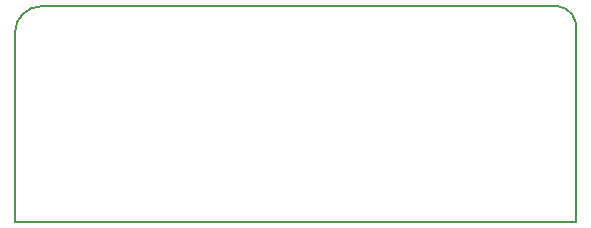
<source format=gm1>
G04 #@! TF.FileFunction,Profile,NP*
%FSLAX45Y45*%
G04 Gerber Fmt 4.5, Leading zero omitted, Abs format (unit mm)*
G04 Created by KiCad (PCBNEW 4.0.6+dfsg1-1) date Sat Nov  4 13:52:50 2017*
%MOMM*%
%LPD*%
G01*
G04 APERTURE LIST*
%ADD10C,0.150000*%
G04 APERTURE END LIST*
D10*
X14975000Y-15315000D02*
X14975000Y-13690000D01*
X10450000Y-13490000D02*
X14825000Y-13490000D01*
X10225000Y-15315000D02*
X10225000Y-13715000D01*
X14975000Y-13690000D02*
G75*
G03X14825000Y-13490000I-175000J25000D01*
G01*
X10450000Y-13490000D02*
G75*
G03X10225000Y-13715000I0J-225000D01*
G01*
X14975000Y-15315000D02*
X10225000Y-15315000D01*
M02*

</source>
